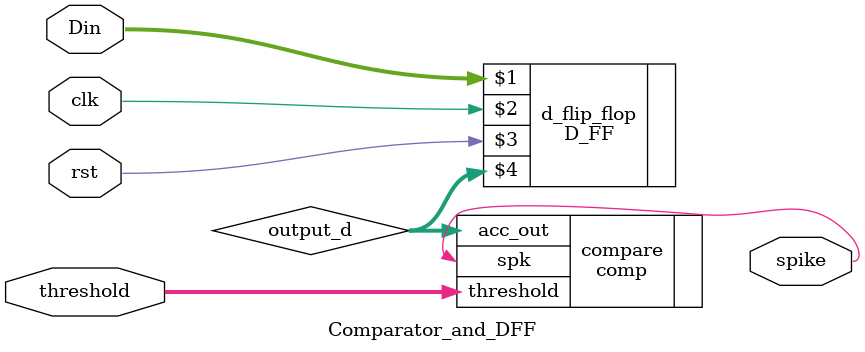
<source format=v>
`timescale 1ns / 1ps

module Comparator_and_DFF(input signed [7:0] Din,input clk,input rst, input signed [7:0] threshold,output spike);
    wire [7:0] output_d;
    D_FF d_flip_flop(Din,clk,rst,output_d);
    comp compare(.acc_out(output_d),.threshold(threshold),.spk(spike));
endmodule
</source>
